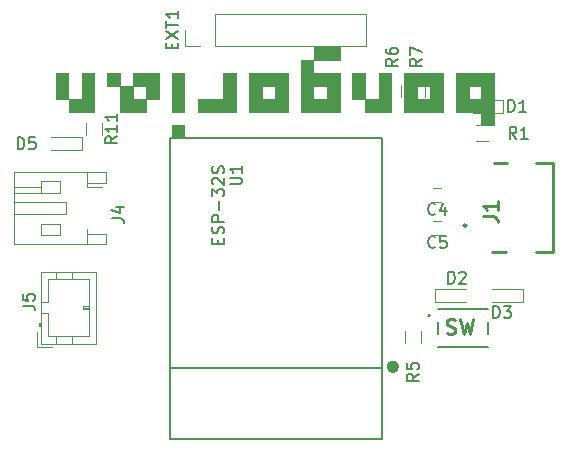
<source format=gto>
G04 #@! TF.FileFunction,Legend,Top*
%FSLAX46Y46*%
G04 Gerber Fmt 4.6, Leading zero omitted, Abs format (unit mm)*
G04 Created by KiCad (PCBNEW 4.0.7) date 06/27/18 00:10:41*
%MOMM*%
%LPD*%
G01*
G04 APERTURE LIST*
%ADD10C,0.150000*%
%ADD11C,0.120000*%
%ADD12C,0.254000*%
%ADD13C,0.200000*%
%ADD14C,0.500000*%
%ADD15C,0.010000*%
G04 APERTURE END LIST*
D10*
D11*
X162427000Y-107356000D02*
X161727000Y-107356000D01*
X161727000Y-106156000D02*
X162427000Y-106156000D01*
X167687000Y-97019200D02*
X167687000Y-95919200D01*
X167687000Y-95919200D02*
X165087000Y-95919200D01*
X167687000Y-97019200D02*
X165087000Y-97019200D01*
X161928000Y-111921000D02*
X161928000Y-113021000D01*
X161928000Y-113021000D02*
X164528000Y-113021000D01*
X161928000Y-111921000D02*
X164528000Y-111921000D01*
X132000000Y-100194200D02*
X132000000Y-99094200D01*
X132000000Y-99094200D02*
X129400000Y-99094200D01*
X132000000Y-100194200D02*
X129400000Y-100194200D01*
D12*
X171846000Y-108785000D02*
X171846000Y-101285000D01*
X171846000Y-101285000D02*
X170402000Y-101285000D01*
X171846000Y-108785000D02*
X170424000Y-108785000D01*
X166734000Y-108785000D02*
X167868000Y-108785000D01*
X166851000Y-101285000D02*
X167985000Y-101285000D01*
X164541400Y-106563000D02*
G75*
G03X164541400Y-106563000I-119400J0D01*
G01*
D11*
X166387000Y-99435200D02*
X165387000Y-99435200D01*
X165387000Y-98075200D02*
X166387000Y-98075200D01*
X159365000Y-116527000D02*
X159365000Y-115527000D01*
X160725000Y-115527000D02*
X160725000Y-116527000D01*
X157651000Y-95636200D02*
X157651000Y-94636200D01*
X159011000Y-94636200D02*
X159011000Y-95636200D01*
X159683000Y-95636200D02*
X159683000Y-94636200D01*
X161043000Y-94636200D02*
X161043000Y-95636200D01*
X133674000Y-97874200D02*
X133674000Y-98874200D01*
X132314000Y-98874200D02*
X132314000Y-97874200D01*
X162427000Y-104562000D02*
X161727000Y-104562000D01*
X161727000Y-103362000D02*
X162427000Y-103362000D01*
X169338000Y-113021000D02*
X169338000Y-111921000D01*
X169338000Y-111921000D02*
X166738000Y-111921000D01*
X169338000Y-113021000D02*
X166738000Y-113021000D01*
X126263000Y-104589000D02*
X130613000Y-104589000D01*
X130613000Y-104589000D02*
X130613000Y-105589000D01*
X130613000Y-105589000D02*
X126263000Y-105589000D01*
X132463000Y-103289000D02*
X132463000Y-102939000D01*
X132463000Y-102939000D02*
X134063000Y-102939000D01*
X134063000Y-102939000D02*
X134063000Y-102039000D01*
X134063000Y-102039000D02*
X126263000Y-102039000D01*
X126263000Y-102039000D02*
X126263000Y-108139000D01*
X126263000Y-108139000D02*
X134063000Y-108139000D01*
X134063000Y-108139000D02*
X134063000Y-107239000D01*
X134063000Y-107239000D02*
X132463000Y-107239000D01*
X132463000Y-107239000D02*
X132463000Y-106889000D01*
X132463000Y-102039000D02*
X132463000Y-102939000D01*
X132463000Y-108139000D02*
X132463000Y-107239000D01*
X130113000Y-102789000D02*
X128513000Y-102789000D01*
X128513000Y-102789000D02*
X128513000Y-103789000D01*
X128513000Y-103789000D02*
X130113000Y-103789000D01*
X130113000Y-103789000D02*
X130113000Y-102789000D01*
X130113000Y-107389000D02*
X128513000Y-107389000D01*
X128513000Y-107389000D02*
X128513000Y-106389000D01*
X128513000Y-106389000D02*
X130113000Y-106389000D01*
X130113000Y-106389000D02*
X130113000Y-107389000D01*
X128513000Y-103789000D02*
X126263000Y-103789000D01*
X128513000Y-103289000D02*
X126263000Y-103289000D01*
X132463000Y-103289000D02*
X133663000Y-103289000D01*
X128527000Y-116553000D02*
X133227000Y-116553000D01*
X133227000Y-116553000D02*
X133227000Y-110453000D01*
X133227000Y-110453000D02*
X128527000Y-110453000D01*
X128527000Y-110453000D02*
X128527000Y-116553000D01*
X128527000Y-114003000D02*
X129127000Y-114003000D01*
X129127000Y-114003000D02*
X129127000Y-115953000D01*
X129127000Y-115953000D02*
X132627000Y-115953000D01*
X132627000Y-115953000D02*
X132627000Y-111053000D01*
X132627000Y-111053000D02*
X129127000Y-111053000D01*
X129127000Y-111053000D02*
X129127000Y-113003000D01*
X129127000Y-113003000D02*
X128527000Y-113003000D01*
X129827000Y-116553000D02*
X129827000Y-115953000D01*
X131127000Y-116553000D02*
X131127000Y-115953000D01*
X129827000Y-110453000D02*
X129827000Y-111053000D01*
X131127000Y-110453000D02*
X131127000Y-111053000D01*
X128527000Y-114803000D02*
X128327000Y-114803000D01*
X128327000Y-114803000D02*
X128327000Y-115103000D01*
X128327000Y-115103000D02*
X128527000Y-115103000D01*
X128427000Y-114803000D02*
X128427000Y-115103000D01*
X132627000Y-113603000D02*
X132127000Y-113603000D01*
X132127000Y-113603000D02*
X132127000Y-113403000D01*
X132127000Y-113403000D02*
X132627000Y-113403000D01*
X132627000Y-113503000D02*
X132127000Y-113503000D01*
X128227000Y-115603000D02*
X128227000Y-116853000D01*
X128227000Y-116853000D02*
X129477000Y-116853000D01*
D13*
X162136000Y-113665000D02*
X166336000Y-113665000D01*
X166336000Y-116865000D02*
X162136000Y-116865000D01*
X162136000Y-114765000D02*
X162136000Y-115765000D01*
X166336000Y-114765000D02*
X166336000Y-115765000D01*
D12*
X161383370Y-114176000D02*
G75*
G03X161383370Y-114176000I-53370J0D01*
G01*
D11*
X156041000Y-91322200D02*
X156041000Y-88662200D01*
X143281000Y-91322200D02*
X156041000Y-91322200D01*
X143281000Y-88662200D02*
X156041000Y-88662200D01*
X143281000Y-91322200D02*
X143281000Y-88662200D01*
X142011000Y-91322200D02*
X140681000Y-91322200D01*
X140681000Y-91322200D02*
X140681000Y-89992200D01*
D14*
X158603547Y-118516338D02*
G75*
G03X158603547Y-118516338I-283981J0D01*
G01*
D10*
X139413566Y-118662338D02*
X157413566Y-118662338D01*
X157413566Y-124662338D02*
X157413566Y-99162338D01*
X139413566Y-124662338D02*
X139413566Y-99162338D01*
X139413566Y-99162338D02*
X157413566Y-99162338D01*
X139413566Y-124662338D02*
X157413566Y-124662338D01*
D15*
G36*
X151626714Y-91479914D02*
X153803857Y-91479914D01*
X153803857Y-92568485D01*
X151626714Y-92568485D01*
X151626714Y-91479914D01*
X151626714Y-91479914D01*
G37*
X151626714Y-91479914D02*
X153803857Y-91479914D01*
X153803857Y-92568485D01*
X151626714Y-92568485D01*
X151626714Y-91479914D01*
G36*
X150538143Y-92568485D02*
X151590428Y-92568485D01*
X151590428Y-93657057D01*
X153803857Y-93657057D01*
X153803857Y-95834200D01*
X152715286Y-95834200D01*
X152715286Y-94745628D01*
X151590428Y-94745628D01*
X151590428Y-95834200D01*
X152715286Y-95834200D01*
X153803857Y-95834200D01*
X153803857Y-96922771D01*
X150538143Y-96922771D01*
X150538143Y-92568485D01*
X150538143Y-92568485D01*
G37*
X150538143Y-92568485D02*
X151590428Y-92568485D01*
X151590428Y-93657057D01*
X153803857Y-93657057D01*
X153803857Y-95834200D01*
X152715286Y-95834200D01*
X152715286Y-94745628D01*
X151590428Y-94745628D01*
X151590428Y-95834200D01*
X152715286Y-95834200D01*
X153803857Y-95834200D01*
X153803857Y-96922771D01*
X150538143Y-96922771D01*
X150538143Y-92568485D01*
G36*
X165814428Y-96922771D02*
X163637286Y-96922771D01*
X163637286Y-93657057D01*
X166903000Y-93657057D01*
X166903000Y-95834200D01*
X165814428Y-95834200D01*
X165814428Y-94745628D01*
X164725857Y-94745628D01*
X164725857Y-95834200D01*
X165814428Y-95834200D01*
X166903000Y-95834200D01*
X166903000Y-98011342D01*
X165814428Y-98011342D01*
X165814428Y-96922771D01*
X165814428Y-96922771D01*
G37*
X165814428Y-96922771D02*
X163637286Y-96922771D01*
X163637286Y-93657057D01*
X166903000Y-93657057D01*
X166903000Y-95834200D01*
X165814428Y-95834200D01*
X165814428Y-94745628D01*
X164725857Y-94745628D01*
X164725857Y-95834200D01*
X165814428Y-95834200D01*
X166903000Y-95834200D01*
X166903000Y-98011342D01*
X165814428Y-98011342D01*
X165814428Y-96922771D01*
G36*
X159283000Y-93657057D02*
X162548714Y-93657057D01*
X162548714Y-95834200D01*
X161460143Y-95834200D01*
X161460143Y-94745628D01*
X160335286Y-94745628D01*
X160335286Y-95834200D01*
X161460143Y-95834200D01*
X162548714Y-95834200D01*
X162548714Y-96922771D01*
X159283000Y-96922771D01*
X159283000Y-93657057D01*
X159283000Y-93657057D01*
G37*
X159283000Y-93657057D02*
X162548714Y-93657057D01*
X162548714Y-95834200D01*
X161460143Y-95834200D01*
X161460143Y-94745628D01*
X160335286Y-94745628D01*
X160335286Y-95834200D01*
X161460143Y-95834200D01*
X162548714Y-95834200D01*
X162548714Y-96922771D01*
X159283000Y-96922771D01*
X159283000Y-93657057D01*
G36*
X154892428Y-93657057D02*
X155981000Y-93657057D01*
X155981000Y-95834200D01*
X154892428Y-95834200D01*
X154892428Y-93657057D01*
X154892428Y-93657057D01*
G37*
X154892428Y-93657057D02*
X155981000Y-93657057D01*
X155981000Y-95834200D01*
X154892428Y-95834200D01*
X154892428Y-93657057D01*
G36*
X155981000Y-95834200D02*
X157105857Y-95834200D01*
X157105857Y-93657057D01*
X158158143Y-93657057D01*
X158158143Y-96922771D01*
X155981000Y-96922771D01*
X155981000Y-95834200D01*
X155981000Y-95834200D01*
G37*
X155981000Y-95834200D02*
X157105857Y-95834200D01*
X157105857Y-93657057D01*
X158158143Y-93657057D01*
X158158143Y-96922771D01*
X155981000Y-96922771D01*
X155981000Y-95834200D01*
G36*
X146147571Y-93657057D02*
X149413285Y-93657057D01*
X149413285Y-95834200D01*
X148361000Y-95834200D01*
X148361000Y-94745628D01*
X147236143Y-94745628D01*
X147236143Y-95834200D01*
X148361000Y-95834200D01*
X149413285Y-95834200D01*
X149413285Y-96922771D01*
X146147571Y-96922771D01*
X146147571Y-93657057D01*
X146147571Y-93657057D01*
G37*
X146147571Y-93657057D02*
X149413285Y-93657057D01*
X149413285Y-95834200D01*
X148361000Y-95834200D01*
X148361000Y-94745628D01*
X147236143Y-94745628D01*
X147236143Y-95834200D01*
X148361000Y-95834200D01*
X149413285Y-95834200D01*
X149413285Y-96922771D01*
X146147571Y-96922771D01*
X146147571Y-93657057D01*
G36*
X141793286Y-95834200D02*
X143970428Y-95834200D01*
X143970428Y-93657057D01*
X145059000Y-93657057D01*
X145059000Y-96922771D01*
X141793286Y-96922771D01*
X141793286Y-95834200D01*
X141793286Y-95834200D01*
G37*
X141793286Y-95834200D02*
X143970428Y-95834200D01*
X143970428Y-93657057D01*
X145059000Y-93657057D01*
X145059000Y-96922771D01*
X141793286Y-96922771D01*
X141793286Y-95834200D01*
G36*
X139616143Y-93657057D02*
X140668428Y-93657057D01*
X140668428Y-96922771D01*
X139616143Y-96922771D01*
X139616143Y-93657057D01*
X139616143Y-93657057D01*
G37*
X139616143Y-93657057D02*
X140668428Y-93657057D01*
X140668428Y-96922771D01*
X139616143Y-96922771D01*
X139616143Y-93657057D01*
G36*
X134137000Y-93657057D02*
X135225571Y-93657057D01*
X135225571Y-94745628D01*
X134137000Y-94745628D01*
X134137000Y-93657057D01*
X134137000Y-93657057D01*
G37*
X134137000Y-93657057D02*
X135225571Y-93657057D01*
X135225571Y-94745628D01*
X134137000Y-94745628D01*
X134137000Y-93657057D01*
G36*
X135225571Y-94745628D02*
X136314143Y-94745628D01*
X136314143Y-93657057D01*
X138491286Y-93657057D01*
X138491286Y-95834200D01*
X137402714Y-95834200D01*
X137402714Y-94745628D01*
X136314143Y-94745628D01*
X136314143Y-95834200D01*
X137402714Y-95834200D01*
X137402714Y-96922771D01*
X135225571Y-96922771D01*
X135225571Y-94745628D01*
X135225571Y-94745628D01*
G37*
X135225571Y-94745628D02*
X136314143Y-94745628D01*
X136314143Y-93657057D01*
X138491286Y-93657057D01*
X138491286Y-95834200D01*
X137402714Y-95834200D01*
X137402714Y-94745628D01*
X136314143Y-94745628D01*
X136314143Y-95834200D01*
X137402714Y-95834200D01*
X137402714Y-96922771D01*
X135225571Y-96922771D01*
X135225571Y-94745628D01*
G36*
X130871285Y-95834200D02*
X131959857Y-95834200D01*
X131959857Y-93657057D01*
X133012143Y-93657057D01*
X133012143Y-96922771D01*
X130871285Y-96922771D01*
X130871285Y-95834200D01*
X130871285Y-95834200D01*
G37*
X130871285Y-95834200D02*
X131959857Y-95834200D01*
X131959857Y-93657057D01*
X133012143Y-93657057D01*
X133012143Y-96922771D01*
X130871285Y-96922771D01*
X130871285Y-95834200D01*
G36*
X129782714Y-93657057D02*
X130835000Y-93657057D01*
X130835000Y-95834200D01*
X129782714Y-95834200D01*
X129782714Y-93657057D01*
X129782714Y-93657057D01*
G37*
X129782714Y-93657057D02*
X130835000Y-93657057D01*
X130835000Y-95834200D01*
X129782714Y-95834200D01*
X129782714Y-93657057D01*
G36*
X139616143Y-98047628D02*
X140668428Y-98047628D01*
X140668428Y-99099914D01*
X139616143Y-99099914D01*
X139616143Y-98047628D01*
X139616143Y-98047628D01*
G37*
X139616143Y-98047628D02*
X140668428Y-98047628D01*
X140668428Y-99099914D01*
X139616143Y-99099914D01*
X139616143Y-98047628D01*
D10*
X161910334Y-108363143D02*
X161862715Y-108410762D01*
X161719858Y-108458381D01*
X161624620Y-108458381D01*
X161481762Y-108410762D01*
X161386524Y-108315524D01*
X161338905Y-108220286D01*
X161291286Y-108029810D01*
X161291286Y-107886952D01*
X161338905Y-107696476D01*
X161386524Y-107601238D01*
X161481762Y-107506000D01*
X161624620Y-107458381D01*
X161719858Y-107458381D01*
X161862715Y-107506000D01*
X161910334Y-107553619D01*
X162815096Y-107458381D02*
X162338905Y-107458381D01*
X162291286Y-107934571D01*
X162338905Y-107886952D01*
X162434143Y-107839333D01*
X162672239Y-107839333D01*
X162767477Y-107886952D01*
X162815096Y-107934571D01*
X162862715Y-108029810D01*
X162862715Y-108267905D01*
X162815096Y-108363143D01*
X162767477Y-108410762D01*
X162672239Y-108458381D01*
X162434143Y-108458381D01*
X162338905Y-108410762D01*
X162291286Y-108363143D01*
X168069905Y-96921581D02*
X168069905Y-95921581D01*
X168308000Y-95921581D01*
X168450858Y-95969200D01*
X168546096Y-96064438D01*
X168593715Y-96159676D01*
X168641334Y-96350152D01*
X168641334Y-96493010D01*
X168593715Y-96683486D01*
X168546096Y-96778724D01*
X168450858Y-96873962D01*
X168308000Y-96921581D01*
X168069905Y-96921581D01*
X169593715Y-96921581D02*
X169022286Y-96921581D01*
X169308000Y-96921581D02*
X169308000Y-95921581D01*
X169212762Y-96064438D01*
X169117524Y-96159676D01*
X169022286Y-96207295D01*
X162989905Y-111473381D02*
X162989905Y-110473381D01*
X163228000Y-110473381D01*
X163370858Y-110521000D01*
X163466096Y-110616238D01*
X163513715Y-110711476D01*
X163561334Y-110901952D01*
X163561334Y-111044810D01*
X163513715Y-111235286D01*
X163466096Y-111330524D01*
X163370858Y-111425762D01*
X163228000Y-111473381D01*
X162989905Y-111473381D01*
X163942286Y-110568619D02*
X163989905Y-110521000D01*
X164085143Y-110473381D01*
X164323239Y-110473381D01*
X164418477Y-110521000D01*
X164466096Y-110568619D01*
X164513715Y-110663857D01*
X164513715Y-110759095D01*
X164466096Y-110901952D01*
X163894667Y-111473381D01*
X164513715Y-111473381D01*
X126540905Y-100096581D02*
X126540905Y-99096581D01*
X126779000Y-99096581D01*
X126921858Y-99144200D01*
X127017096Y-99239438D01*
X127064715Y-99334676D01*
X127112334Y-99525152D01*
X127112334Y-99668010D01*
X127064715Y-99858486D01*
X127017096Y-99953724D01*
X126921858Y-100048962D01*
X126779000Y-100096581D01*
X126540905Y-100096581D01*
X128017096Y-99096581D02*
X127540905Y-99096581D01*
X127493286Y-99572771D01*
X127540905Y-99525152D01*
X127636143Y-99477533D01*
X127874239Y-99477533D01*
X127969477Y-99525152D01*
X128017096Y-99572771D01*
X128064715Y-99668010D01*
X128064715Y-99906105D01*
X128017096Y-100001343D01*
X127969477Y-100048962D01*
X127874239Y-100096581D01*
X127636143Y-100096581D01*
X127540905Y-100048962D01*
X127493286Y-100001343D01*
D12*
X165919524Y-105785333D02*
X166826667Y-105785333D01*
X167008095Y-105845809D01*
X167129048Y-105966761D01*
X167189524Y-106148190D01*
X167189524Y-106269142D01*
X167189524Y-104515333D02*
X167189524Y-105241047D01*
X167189524Y-104878190D02*
X165919524Y-104878190D01*
X166100952Y-104999142D01*
X166221905Y-105120095D01*
X166282381Y-105241047D01*
D10*
X168768334Y-99207581D02*
X168435000Y-98731390D01*
X168196905Y-99207581D02*
X168196905Y-98207581D01*
X168577858Y-98207581D01*
X168673096Y-98255200D01*
X168720715Y-98302819D01*
X168768334Y-98398057D01*
X168768334Y-98540914D01*
X168720715Y-98636152D01*
X168673096Y-98683771D01*
X168577858Y-98731390D01*
X168196905Y-98731390D01*
X169720715Y-99207581D02*
X169149286Y-99207581D01*
X169435000Y-99207581D02*
X169435000Y-98207581D01*
X169339762Y-98350438D01*
X169244524Y-98445676D01*
X169149286Y-98493295D01*
X160497381Y-119114666D02*
X160021190Y-119448000D01*
X160497381Y-119686095D02*
X159497381Y-119686095D01*
X159497381Y-119305142D01*
X159545000Y-119209904D01*
X159592619Y-119162285D01*
X159687857Y-119114666D01*
X159830714Y-119114666D01*
X159925952Y-119162285D01*
X159973571Y-119209904D01*
X160021190Y-119305142D01*
X160021190Y-119686095D01*
X159497381Y-118209904D02*
X159497381Y-118686095D01*
X159973571Y-118733714D01*
X159925952Y-118686095D01*
X159878333Y-118590857D01*
X159878333Y-118352761D01*
X159925952Y-118257523D01*
X159973571Y-118209904D01*
X160068810Y-118162285D01*
X160306905Y-118162285D01*
X160402143Y-118209904D01*
X160449762Y-118257523D01*
X160497381Y-118352761D01*
X160497381Y-118590857D01*
X160449762Y-118686095D01*
X160402143Y-118733714D01*
X158719381Y-92444866D02*
X158243190Y-92778200D01*
X158719381Y-93016295D02*
X157719381Y-93016295D01*
X157719381Y-92635342D01*
X157767000Y-92540104D01*
X157814619Y-92492485D01*
X157909857Y-92444866D01*
X158052714Y-92444866D01*
X158147952Y-92492485D01*
X158195571Y-92540104D01*
X158243190Y-92635342D01*
X158243190Y-93016295D01*
X157719381Y-91587723D02*
X157719381Y-91778200D01*
X157767000Y-91873438D01*
X157814619Y-91921057D01*
X157957476Y-92016295D01*
X158147952Y-92063914D01*
X158528905Y-92063914D01*
X158624143Y-92016295D01*
X158671762Y-91968676D01*
X158719381Y-91873438D01*
X158719381Y-91682961D01*
X158671762Y-91587723D01*
X158624143Y-91540104D01*
X158528905Y-91492485D01*
X158290810Y-91492485D01*
X158195571Y-91540104D01*
X158147952Y-91587723D01*
X158100333Y-91682961D01*
X158100333Y-91873438D01*
X158147952Y-91968676D01*
X158195571Y-92016295D01*
X158290810Y-92063914D01*
X160751381Y-92444866D02*
X160275190Y-92778200D01*
X160751381Y-93016295D02*
X159751381Y-93016295D01*
X159751381Y-92635342D01*
X159799000Y-92540104D01*
X159846619Y-92492485D01*
X159941857Y-92444866D01*
X160084714Y-92444866D01*
X160179952Y-92492485D01*
X160227571Y-92540104D01*
X160275190Y-92635342D01*
X160275190Y-93016295D01*
X159751381Y-92111533D02*
X159751381Y-91444866D01*
X160751381Y-91873438D01*
X134970381Y-99017057D02*
X134494190Y-99350391D01*
X134970381Y-99588486D02*
X133970381Y-99588486D01*
X133970381Y-99207533D01*
X134018000Y-99112295D01*
X134065619Y-99064676D01*
X134160857Y-99017057D01*
X134303714Y-99017057D01*
X134398952Y-99064676D01*
X134446571Y-99112295D01*
X134494190Y-99207533D01*
X134494190Y-99588486D01*
X134970381Y-98064676D02*
X134970381Y-98636105D01*
X134970381Y-98350391D02*
X133970381Y-98350391D01*
X134113238Y-98445629D01*
X134208476Y-98540867D01*
X134256095Y-98636105D01*
X134970381Y-97112295D02*
X134970381Y-97683724D01*
X134970381Y-97398010D02*
X133970381Y-97398010D01*
X134113238Y-97493248D01*
X134208476Y-97588486D01*
X134256095Y-97683724D01*
X161910334Y-105569143D02*
X161862715Y-105616762D01*
X161719858Y-105664381D01*
X161624620Y-105664381D01*
X161481762Y-105616762D01*
X161386524Y-105521524D01*
X161338905Y-105426286D01*
X161291286Y-105235810D01*
X161291286Y-105092952D01*
X161338905Y-104902476D01*
X161386524Y-104807238D01*
X161481762Y-104712000D01*
X161624620Y-104664381D01*
X161719858Y-104664381D01*
X161862715Y-104712000D01*
X161910334Y-104759619D01*
X162767477Y-104997714D02*
X162767477Y-105664381D01*
X162529381Y-104616762D02*
X162291286Y-105331048D01*
X162910334Y-105331048D01*
X166799905Y-114373381D02*
X166799905Y-113373381D01*
X167038000Y-113373381D01*
X167180858Y-113421000D01*
X167276096Y-113516238D01*
X167323715Y-113611476D01*
X167371334Y-113801952D01*
X167371334Y-113944810D01*
X167323715Y-114135286D01*
X167276096Y-114230524D01*
X167180858Y-114325762D01*
X167038000Y-114373381D01*
X166799905Y-114373381D01*
X167704667Y-113373381D02*
X168323715Y-113373381D01*
X167990381Y-113754333D01*
X168133239Y-113754333D01*
X168228477Y-113801952D01*
X168276096Y-113849571D01*
X168323715Y-113944810D01*
X168323715Y-114182905D01*
X168276096Y-114278143D01*
X168228477Y-114325762D01*
X168133239Y-114373381D01*
X167847524Y-114373381D01*
X167752286Y-114325762D01*
X167704667Y-114278143D01*
X134515381Y-105922333D02*
X135229667Y-105922333D01*
X135372524Y-105969953D01*
X135467762Y-106065191D01*
X135515381Y-106208048D01*
X135515381Y-106303286D01*
X134848714Y-105017571D02*
X135515381Y-105017571D01*
X134467762Y-105255667D02*
X135182048Y-105493762D01*
X135182048Y-104874714D01*
X126979381Y-113336333D02*
X127693667Y-113336333D01*
X127836524Y-113383953D01*
X127931762Y-113479191D01*
X127979381Y-113622048D01*
X127979381Y-113717286D01*
X126979381Y-112383952D02*
X126979381Y-112860143D01*
X127455571Y-112907762D01*
X127407952Y-112860143D01*
X127360333Y-112764905D01*
X127360333Y-112526809D01*
X127407952Y-112431571D01*
X127455571Y-112383952D01*
X127550810Y-112336333D01*
X127788905Y-112336333D01*
X127884143Y-112383952D01*
X127931762Y-112431571D01*
X127979381Y-112526809D01*
X127979381Y-112764905D01*
X127931762Y-112860143D01*
X127884143Y-112907762D01*
D12*
X162883208Y-115676147D02*
X163064636Y-115736623D01*
X163367017Y-115736623D01*
X163487970Y-115676147D01*
X163548446Y-115615670D01*
X163608922Y-115494718D01*
X163608922Y-115373766D01*
X163548446Y-115252813D01*
X163487970Y-115192337D01*
X163367017Y-115131861D01*
X163125113Y-115071385D01*
X163004160Y-115010909D01*
X162943684Y-114950432D01*
X162883208Y-114829480D01*
X162883208Y-114708528D01*
X162943684Y-114587575D01*
X163004160Y-114527099D01*
X163125113Y-114466623D01*
X163427493Y-114466623D01*
X163608922Y-114527099D01*
X164032256Y-114466623D02*
X164334637Y-115736623D01*
X164576541Y-114829480D01*
X164818446Y-115736623D01*
X165120827Y-114466623D01*
D10*
X139609571Y-91539819D02*
X139609571Y-91206485D01*
X140133381Y-91063628D02*
X140133381Y-91539819D01*
X139133381Y-91539819D01*
X139133381Y-91063628D01*
X139133381Y-90730295D02*
X140133381Y-90063628D01*
X139133381Y-90063628D02*
X140133381Y-90730295D01*
X139133381Y-89825533D02*
X139133381Y-89254104D01*
X140133381Y-89539819D02*
X139133381Y-89539819D01*
X140133381Y-88396961D02*
X140133381Y-88968390D01*
X140133381Y-88682676D02*
X139133381Y-88682676D01*
X139276238Y-88777914D01*
X139371476Y-88873152D01*
X139419095Y-88968390D01*
X144511381Y-103072905D02*
X145320905Y-103072905D01*
X145416143Y-103025286D01*
X145463762Y-102977667D01*
X145511381Y-102882429D01*
X145511381Y-102691952D01*
X145463762Y-102596714D01*
X145416143Y-102549095D01*
X145320905Y-102501476D01*
X144511381Y-102501476D01*
X145511381Y-101501476D02*
X145511381Y-102072905D01*
X145511381Y-101787191D02*
X144511381Y-101787191D01*
X144654238Y-101882429D01*
X144749476Y-101977667D01*
X144797095Y-102072905D01*
X143489571Y-108083095D02*
X143489571Y-107749761D01*
X144013381Y-107606904D02*
X144013381Y-108083095D01*
X143013381Y-108083095D01*
X143013381Y-107606904D01*
X143965762Y-107225952D02*
X144013381Y-107083095D01*
X144013381Y-106844999D01*
X143965762Y-106749761D01*
X143918143Y-106702142D01*
X143822905Y-106654523D01*
X143727667Y-106654523D01*
X143632429Y-106702142D01*
X143584810Y-106749761D01*
X143537190Y-106844999D01*
X143489571Y-107035476D01*
X143441952Y-107130714D01*
X143394333Y-107178333D01*
X143299095Y-107225952D01*
X143203857Y-107225952D01*
X143108619Y-107178333D01*
X143061000Y-107130714D01*
X143013381Y-107035476D01*
X143013381Y-106797380D01*
X143061000Y-106654523D01*
X144013381Y-106225952D02*
X143013381Y-106225952D01*
X143013381Y-105844999D01*
X143061000Y-105749761D01*
X143108619Y-105702142D01*
X143203857Y-105654523D01*
X143346714Y-105654523D01*
X143441952Y-105702142D01*
X143489571Y-105749761D01*
X143537190Y-105844999D01*
X143537190Y-106225952D01*
X143632429Y-105225952D02*
X143632429Y-104464047D01*
X143013381Y-104083095D02*
X143013381Y-103464047D01*
X143394333Y-103797381D01*
X143394333Y-103654523D01*
X143441952Y-103559285D01*
X143489571Y-103511666D01*
X143584810Y-103464047D01*
X143822905Y-103464047D01*
X143918143Y-103511666D01*
X143965762Y-103559285D01*
X144013381Y-103654523D01*
X144013381Y-103940238D01*
X143965762Y-104035476D01*
X143918143Y-104083095D01*
X143108619Y-103083095D02*
X143061000Y-103035476D01*
X143013381Y-102940238D01*
X143013381Y-102702142D01*
X143061000Y-102606904D01*
X143108619Y-102559285D01*
X143203857Y-102511666D01*
X143299095Y-102511666D01*
X143441952Y-102559285D01*
X144013381Y-103130714D01*
X144013381Y-102511666D01*
X143965762Y-102130714D02*
X144013381Y-101987857D01*
X144013381Y-101749761D01*
X143965762Y-101654523D01*
X143918143Y-101606904D01*
X143822905Y-101559285D01*
X143727667Y-101559285D01*
X143632429Y-101606904D01*
X143584810Y-101654523D01*
X143537190Y-101749761D01*
X143489571Y-101940238D01*
X143441952Y-102035476D01*
X143394333Y-102083095D01*
X143299095Y-102130714D01*
X143203857Y-102130714D01*
X143108619Y-102083095D01*
X143061000Y-102035476D01*
X143013381Y-101940238D01*
X143013381Y-101702142D01*
X143061000Y-101559285D01*
M02*

</source>
